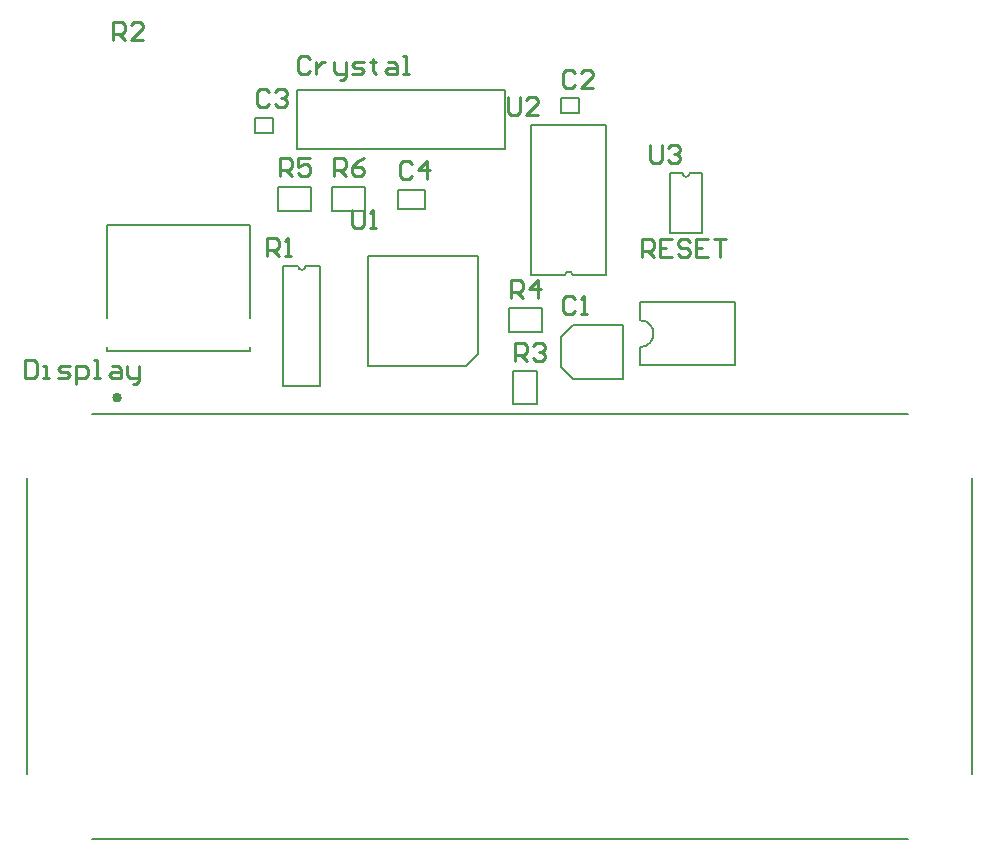
<source format=gto>
G04*
G04 #@! TF.GenerationSoftware,Altium Limited,Altium Designer,20.2.7 (254)*
G04*
G04 Layer_Color=65535*
%FSLAX44Y44*%
%MOMM*%
G71*
G04*
G04 #@! TF.SameCoordinates,1E3B47B3-C475-4593-AA8A-A76477CD3576*
G04*
G04*
G04 #@! TF.FilePolarity,Positive*
G04*
G01*
G75*
%ADD10C,0.4000*%
%ADD11C,0.2000*%
%ADD12C,0.1270*%
%ADD13C,0.2540*%
D10*
X956850Y848840D02*
G03*
X956850Y848840I-2000J0D01*
G01*
D11*
X1397720Y891720D02*
G03*
X1397720Y914220I0J11250D01*
G01*
X1340485Y952500D02*
G03*
X1334135Y952500I-3175J0D01*
G01*
X1433525Y1038860D02*
G03*
X1439875Y1038860I3175J0D01*
G01*
X1108075Y960120D02*
G03*
X1114425Y960120I3175J0D01*
G01*
X1397720Y929620D02*
X1478280D01*
Y876320D02*
Y929620D01*
X1397720Y914220D02*
Y929620D01*
Y876320D02*
X1478280D01*
X1397720D02*
Y891720D01*
X1369110Y952500D02*
Y1079500D01*
X1305510D02*
X1369110D01*
X1305510Y952500D02*
Y1079500D01*
Y952500D02*
X1334135D01*
X1340485D02*
X1369110D01*
X1330960Y1089660D02*
X1346200D01*
Y1102360D01*
X1330960D02*
X1346200D01*
X1330960Y1089660D02*
Y1102360D01*
X1423050Y1038860D02*
X1433525D01*
X1439875D02*
X1450350D01*
Y988060D02*
Y1038860D01*
X1423050Y988060D02*
X1450350D01*
X1423050D02*
Y1038860D01*
X1136650Y1007110D02*
X1164590D01*
Y1027430D01*
X1136650D02*
X1164590D01*
X1136650Y1007110D02*
Y1027430D01*
X1192530Y1008380D02*
X1215390D01*
X1192530D02*
Y1024890D01*
X1215390D01*
Y1008380D02*
Y1024890D01*
X1095500Y858520D02*
Y960120D01*
Y858520D02*
X1127000D01*
Y960120D01*
X1114425D02*
X1127000D01*
X1095500D02*
X1108075D01*
X1330960Y875030D02*
X1341120Y864870D01*
X1330960Y875030D02*
Y900430D01*
X1341120Y864870D02*
X1383030D01*
X1330960Y900430D02*
X1341120Y910590D01*
X1383030D01*
Y864870D02*
Y910590D01*
X1290320Y843280D02*
X1310640D01*
X1290320D02*
Y871220D01*
X1310640D01*
Y843280D02*
Y871220D01*
X1260770Y885570D02*
Y968520D01*
X1167470D02*
X1260770D01*
X1167470Y875220D02*
Y968520D01*
Y875220D02*
X1250420D01*
X1260770Y885570D01*
X1286510Y904240D02*
X1314450D01*
Y924560D01*
X1286510D02*
X1314450D01*
X1286510Y904240D02*
Y924560D01*
X1106820Y1059580D02*
Y1084580D01*
Y1059580D02*
X1283320D01*
Y1109580D01*
X1106820D02*
X1283320D01*
X1106820Y1084580D02*
Y1109580D01*
X1071880Y1073150D02*
X1087120D01*
Y1085850D01*
X1071880D02*
X1087120D01*
X1071880Y1073150D02*
Y1085850D01*
X1090930Y1007110D02*
X1118870D01*
Y1027430D01*
X1090930D02*
X1118870D01*
X1090930Y1007110D02*
Y1027430D01*
D12*
X878850Y530040D02*
Y780640D01*
X1678850Y530040D02*
Y780640D01*
X933550Y475340D02*
X1624150D01*
X933550Y835340D02*
X1624150D01*
X946610Y888060D02*
Y892060D01*
Y888060D02*
X1067610D01*
Y892060D01*
Y916060D02*
Y995060D01*
X946610D02*
X1067610D01*
X946610Y916060D02*
Y995060D01*
D13*
X877120Y880807D02*
Y865572D01*
X884737D01*
X887277Y868111D01*
Y878268D01*
X884737Y880807D01*
X877120D01*
X892355Y865572D02*
X897433D01*
X894894D01*
Y875729D01*
X892355D01*
X905051Y865572D02*
X912669D01*
X915208Y868111D01*
X912669Y870650D01*
X907590D01*
X905051Y873189D01*
X907590Y875729D01*
X915208D01*
X920286Y860494D02*
Y875729D01*
X927904D01*
X930443Y873189D01*
Y868111D01*
X927904Y865572D01*
X920286D01*
X935521D02*
X940600D01*
X938060D01*
Y880807D01*
X935521D01*
X950756Y875729D02*
X955835D01*
X958374Y873189D01*
Y865572D01*
X950756D01*
X948217Y868111D01*
X950756Y870650D01*
X958374D01*
X963452Y875729D02*
Y868111D01*
X965991Y865572D01*
X973609D01*
Y863033D01*
X971070Y860494D01*
X968530D01*
X973609Y865572D02*
Y875729D01*
X1399286Y967486D02*
Y982721D01*
X1406904D01*
X1409443Y980182D01*
Y975104D01*
X1406904Y972564D01*
X1399286D01*
X1404364D02*
X1409443Y967486D01*
X1424678Y982721D02*
X1414521D01*
Y967486D01*
X1424678D01*
X1414521Y975104D02*
X1419599D01*
X1439913Y980182D02*
X1437374Y982721D01*
X1432295D01*
X1429756Y980182D01*
Y977643D01*
X1432295Y975104D01*
X1437374D01*
X1439913Y972564D01*
Y970025D01*
X1437374Y967486D01*
X1432295D01*
X1429756Y970025D01*
X1455148Y982721D02*
X1444991D01*
Y967486D01*
X1455148D01*
X1444991Y975104D02*
X1450070D01*
X1460226Y982721D02*
X1470383D01*
X1465305D01*
Y967486D01*
X951234Y1151892D02*
Y1167128D01*
X958852D01*
X961391Y1164588D01*
Y1159510D01*
X958852Y1156971D01*
X951234D01*
X956312D02*
X961391Y1151892D01*
X976626D02*
X966469D01*
X976626Y1162049D01*
Y1164588D01*
X974087Y1167128D01*
X969008D01*
X966469Y1164588D01*
X1286002Y1103371D02*
Y1090675D01*
X1288541Y1088136D01*
X1293620D01*
X1296159Y1090675D01*
Y1103371D01*
X1311394Y1088136D02*
X1301237D01*
X1311394Y1098293D01*
Y1100832D01*
X1308855Y1103371D01*
X1303776D01*
X1301237Y1100832D01*
X1342641Y1123692D02*
X1340101Y1126231D01*
X1335023D01*
X1332484Y1123692D01*
Y1113535D01*
X1335023Y1110996D01*
X1340101D01*
X1342641Y1113535D01*
X1357876Y1110996D02*
X1347719D01*
X1357876Y1121153D01*
Y1123692D01*
X1355337Y1126231D01*
X1350258D01*
X1347719Y1123692D01*
X1406144Y1062629D02*
Y1049933D01*
X1408683Y1047394D01*
X1413761D01*
X1416301Y1049933D01*
Y1062629D01*
X1421379Y1060090D02*
X1423918Y1062629D01*
X1428997D01*
X1431536Y1060090D01*
Y1057551D01*
X1428997Y1055012D01*
X1426457D01*
X1428997D01*
X1431536Y1052472D01*
Y1049933D01*
X1428997Y1047394D01*
X1423918D01*
X1421379Y1049933D01*
X1138174Y1036066D02*
Y1051301D01*
X1145791D01*
X1148331Y1048762D01*
Y1043683D01*
X1145791Y1041144D01*
X1138174D01*
X1143252D02*
X1148331Y1036066D01*
X1163566Y1051301D02*
X1158487Y1048762D01*
X1153409Y1043683D01*
Y1038605D01*
X1155948Y1036066D01*
X1161027D01*
X1163566Y1038605D01*
Y1041144D01*
X1161027Y1043683D01*
X1153409D01*
X1204211Y1046222D02*
X1201672Y1048761D01*
X1196593D01*
X1194054Y1046222D01*
Y1036065D01*
X1196593Y1033526D01*
X1201672D01*
X1204211Y1036065D01*
X1216907Y1033526D02*
Y1048761D01*
X1209289Y1041143D01*
X1219446D01*
X1081786Y968688D02*
Y983923D01*
X1089404D01*
X1091943Y981384D01*
Y976305D01*
X1089404Y973766D01*
X1081786D01*
X1086864D02*
X1091943Y968688D01*
X1097021D02*
X1102099D01*
X1099560D01*
Y983923D01*
X1097021Y981384D01*
X1342611Y931922D02*
X1340072Y934461D01*
X1334993D01*
X1332454Y931922D01*
Y921765D01*
X1334993Y919226D01*
X1340072D01*
X1342611Y921765D01*
X1347689Y919226D02*
X1352767D01*
X1350228D01*
Y934461D01*
X1347689Y931922D01*
X1291844Y879856D02*
Y895091D01*
X1299462D01*
X1302001Y892552D01*
Y887474D01*
X1299462Y884934D01*
X1291844D01*
X1296922D02*
X1302001Y879856D01*
X1307079Y892552D02*
X1309618Y895091D01*
X1314697D01*
X1317236Y892552D01*
Y890013D01*
X1314697Y887474D01*
X1312157D01*
X1314697D01*
X1317236Y884934D01*
Y882395D01*
X1314697Y879856D01*
X1309618D01*
X1307079Y882395D01*
X1153668Y1007717D02*
Y995021D01*
X1156207Y992482D01*
X1161285D01*
X1163825Y995021D01*
Y1007717D01*
X1168903Y992482D02*
X1173981D01*
X1171442D01*
Y1007717D01*
X1168903Y1005178D01*
X1288034Y933196D02*
Y948431D01*
X1295652D01*
X1298191Y945892D01*
Y940814D01*
X1295652Y938274D01*
X1288034D01*
X1293112D02*
X1298191Y933196D01*
X1310887D02*
Y948431D01*
X1303269Y940814D01*
X1313426D01*
X1118613Y1135884D02*
X1116074Y1138423D01*
X1110995D01*
X1108456Y1135884D01*
Y1125727D01*
X1110995Y1123188D01*
X1116074D01*
X1118613Y1125727D01*
X1123691Y1133345D02*
Y1123188D01*
Y1128266D01*
X1126230Y1130806D01*
X1128769Y1133345D01*
X1131309D01*
X1138926D02*
Y1125727D01*
X1141465Y1123188D01*
X1149083D01*
Y1120649D01*
X1146544Y1118110D01*
X1144005D01*
X1149083Y1123188D02*
Y1133345D01*
X1154161Y1123188D02*
X1161779D01*
X1164318Y1125727D01*
X1161779Y1128266D01*
X1156700D01*
X1154161Y1130806D01*
X1156700Y1133345D01*
X1164318D01*
X1171936Y1135884D02*
Y1133345D01*
X1169396D01*
X1174475D01*
X1171936D01*
Y1125727D01*
X1174475Y1123188D01*
X1184631Y1133345D02*
X1189710D01*
X1192249Y1130806D01*
Y1123188D01*
X1184631D01*
X1182092Y1125727D01*
X1184631Y1128266D01*
X1192249D01*
X1197327Y1123188D02*
X1202406D01*
X1199866D01*
Y1138423D01*
X1197327D01*
X1083561Y1107182D02*
X1081021Y1109721D01*
X1075943D01*
X1073404Y1107182D01*
Y1097025D01*
X1075943Y1094486D01*
X1081021D01*
X1083561Y1097025D01*
X1088639Y1107182D02*
X1091178Y1109721D01*
X1096257D01*
X1098796Y1107182D01*
Y1104643D01*
X1096257Y1102104D01*
X1093717D01*
X1096257D01*
X1098796Y1099564D01*
Y1097025D01*
X1096257Y1094486D01*
X1091178D01*
X1088639Y1097025D01*
X1092454Y1036066D02*
Y1051301D01*
X1100071D01*
X1102611Y1048762D01*
Y1043683D01*
X1100071Y1041144D01*
X1092454D01*
X1097532D02*
X1102611Y1036066D01*
X1117846Y1051301D02*
X1107689D01*
Y1043683D01*
X1112767Y1046223D01*
X1115307D01*
X1117846Y1043683D01*
Y1038605D01*
X1115307Y1036066D01*
X1110228D01*
X1107689Y1038605D01*
M02*

</source>
